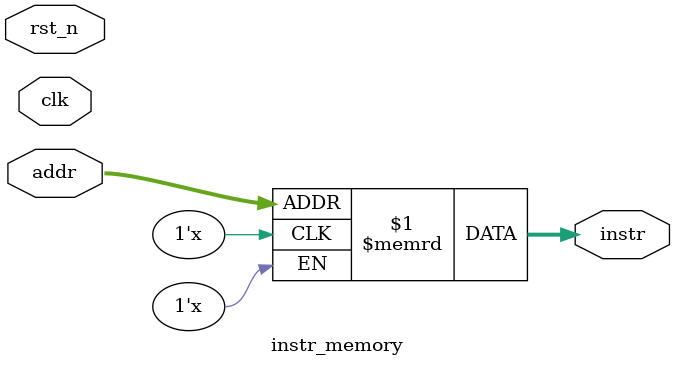
<source format=v>
`timescale 1ns / 1ps


module instr_memory(
    input clk,
	input rst_n,
    input [7:0] addr,
    output [31:0] instr
    );
    
    reg[31:0] rom[255:0];

    assign instr = rom[addr];
endmodule

</source>
